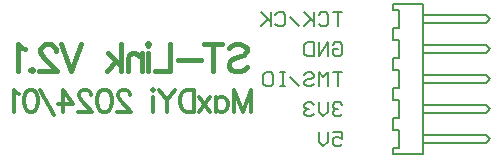
<source format=gbo>
G04*
G04 #@! TF.GenerationSoftware,Altium Limited,Altium Designer,22.1.2 (22)*
G04*
G04 Layer_Color=32896*
%FSLAX25Y25*%
%MOIN*%
G70*
G04*
G04 #@! TF.SameCoordinates,32997ABC-C250-4A50-851A-9512557143E5*
G04*
G04*
G04 #@! TF.FilePolarity,Positive*
G04*
G01*
G75*
%ADD13C,0.00600*%
%ADD16C,0.00800*%
%ADD66C,0.01500*%
%ADD74C,0.01200*%
D13*
X188728Y40905D02*
X190106Y39528D01*
X188189Y40905D02*
X188728D01*
Y38150D02*
X190106Y39528D01*
X188189Y38150D02*
X188728D01*
X157606Y42528D02*
Y44528D01*
Y42528D02*
X159606D01*
Y41528D02*
Y42528D01*
Y36528D02*
Y41528D01*
X157606Y36528D02*
X159606D01*
X157606Y34528D02*
Y36528D01*
X167606Y34528D02*
Y44528D01*
Y38150D02*
X188189D01*
X167606Y40905D02*
X188189D01*
X167606Y10905D02*
X188189D01*
X167606Y8150D02*
X188189D01*
X157606Y4528D02*
X167606D01*
Y14528D01*
X157606Y4528D02*
Y6528D01*
X159606D01*
Y11528D01*
Y12528D01*
X157606D02*
X159606D01*
X157606D02*
Y14528D01*
X188189Y8150D02*
X188728D01*
X190106Y9528D01*
X188189Y10905D02*
X188728D01*
X190106Y9528D01*
X188728Y20906D02*
X190106Y19528D01*
X188189Y20906D02*
X188728D01*
Y18150D02*
X190106Y19528D01*
X188189Y18150D02*
X188728D01*
X157606Y22528D02*
Y24528D01*
Y22528D02*
X159606D01*
Y21528D02*
Y22528D01*
Y16528D02*
Y21528D01*
X157606Y16528D02*
X159606D01*
X157606Y14528D02*
Y16528D01*
X167606Y14528D02*
Y24528D01*
Y18150D02*
X188189D01*
X167606Y20906D02*
X188189D01*
X167606Y30906D02*
X188189D01*
X167606Y28150D02*
X188189D01*
X167606Y24528D02*
Y34528D01*
X157606Y24528D02*
Y26528D01*
X159606D01*
Y31528D01*
Y32528D01*
X157606D02*
X159606D01*
X157606D02*
Y34528D01*
X188189Y28150D02*
X188728D01*
X190106Y29528D01*
X188189Y30906D02*
X188728D01*
X190106Y29528D01*
X167606Y50906D02*
X188189D01*
X167606Y48150D02*
X188189D01*
X167606Y44528D02*
Y54528D01*
X157606D02*
X167606D01*
X157606Y44528D02*
Y46528D01*
X159606D01*
Y51528D01*
Y52528D01*
X157606D02*
X159606D01*
X157606D02*
Y54528D01*
X188189Y48150D02*
X188728D01*
X190106Y49528D01*
X188189Y50906D02*
X188728D01*
X190106Y49528D01*
D16*
X140932Y51927D02*
X137733D01*
X139333D01*
Y47128D01*
X132935Y51127D02*
X133735Y51927D01*
X135334D01*
X136134Y51127D01*
Y47928D01*
X135334Y47128D01*
X133735D01*
X132935Y47928D01*
X131335Y51927D02*
Y47128D01*
Y48728D01*
X128136Y51927D01*
X130536Y49528D01*
X128136Y47128D01*
X126537D02*
X123338Y50327D01*
X118540Y51127D02*
X119339Y51927D01*
X120939D01*
X121739Y51127D01*
Y47928D01*
X120939Y47128D01*
X119339D01*
X118540Y47928D01*
X116940Y51927D02*
Y47128D01*
Y48728D01*
X113741Y51927D01*
X116140Y49528D01*
X113741Y47128D01*
X137733Y41127D02*
X138533Y41927D01*
X140133D01*
X140932Y41127D01*
Y37928D01*
X140133Y37128D01*
X138533D01*
X137733Y37928D01*
Y39528D01*
X139333D01*
X136134Y37128D02*
Y41927D01*
X132935Y37128D01*
Y41927D01*
X131335D02*
Y37128D01*
X128936D01*
X128136Y37928D01*
Y41127D01*
X128936Y41927D01*
X131335D01*
X140932Y31927D02*
X137733D01*
X139333D01*
Y27128D01*
X136134D02*
Y31927D01*
X134534Y30327D01*
X132935Y31927D01*
Y27128D01*
X128136Y31127D02*
X128936Y31927D01*
X130536D01*
X131335Y31127D01*
Y30327D01*
X130536Y29528D01*
X128936D01*
X128136Y28728D01*
Y27928D01*
X128936Y27128D01*
X130536D01*
X131335Y27928D01*
X126537Y27128D02*
X123338Y30327D01*
X121739Y31927D02*
X120139D01*
X120939D01*
Y27128D01*
X121739D01*
X120139D01*
X115341Y31927D02*
X116940D01*
X117740Y31127D01*
Y27928D01*
X116940Y27128D01*
X115341D01*
X114541Y27928D01*
Y31127D01*
X115341Y31927D01*
X140932Y21127D02*
X140133Y21927D01*
X138533D01*
X137733Y21127D01*
Y20327D01*
X138533Y19528D01*
X139333D01*
X138533D01*
X137733Y18728D01*
Y17928D01*
X138533Y17128D01*
X140133D01*
X140932Y17928D01*
X136134Y21927D02*
Y18728D01*
X134534Y17128D01*
X132935Y18728D01*
Y21927D01*
X131335Y21127D02*
X130536Y21927D01*
X128936D01*
X128136Y21127D01*
Y20327D01*
X128936Y19528D01*
X129736D01*
X128936D01*
X128136Y18728D01*
Y17928D01*
X128936Y17128D01*
X130536D01*
X131335Y17928D01*
X137733Y11927D02*
X140932D01*
Y9528D01*
X139333Y10327D01*
X138533D01*
X137733Y9528D01*
Y7928D01*
X138533Y7128D01*
X140133D01*
X140932Y7928D01*
X136134Y11927D02*
Y8728D01*
X134534Y7128D01*
X132935Y8728D01*
Y11927D01*
D66*
X102938Y39921D02*
X103795Y40778D01*
X105080Y41207D01*
X106794D01*
X108080Y40778D01*
X108937Y39921D01*
Y39064D01*
X108508Y38207D01*
X108080Y37779D01*
X107223Y37350D01*
X104652Y36494D01*
X103795Y36065D01*
X103366Y35636D01*
X102938Y34780D01*
Y33494D01*
X103795Y32637D01*
X105080Y32209D01*
X106794D01*
X108080Y32637D01*
X108937Y33494D01*
X97925Y41207D02*
Y32209D01*
X100924Y41207D02*
X94925D01*
X93854Y36065D02*
X86141D01*
X83485Y41207D02*
Y32209D01*
X78343D01*
X76501Y41207D02*
X76072Y40778D01*
X75644Y41207D01*
X76072Y41635D01*
X76501Y41207D01*
X76072Y38207D02*
Y32209D01*
X74058Y38207D02*
Y32209D01*
Y36494D02*
X72773Y37779D01*
X71916Y38207D01*
X70631D01*
X69774Y37779D01*
X69345Y36494D01*
Y32209D01*
X66988Y41207D02*
Y32209D01*
X62704Y38207D02*
X66988Y33923D01*
X65275Y35636D02*
X62275Y32209D01*
X53791Y41207D02*
X50363Y32209D01*
X46936Y41207D02*
X50363Y32209D01*
X45350Y39064D02*
Y39493D01*
X44922Y40350D01*
X44493Y40778D01*
X43636Y41207D01*
X41922D01*
X41065Y40778D01*
X40637Y40350D01*
X40208Y39493D01*
Y38636D01*
X40637Y37779D01*
X41494Y36494D01*
X45779Y32209D01*
X39780D01*
X37338Y33066D02*
X37766Y32637D01*
X37338Y32209D01*
X36909Y32637D01*
X37338Y33066D01*
X34938Y39493D02*
X34081Y39921D01*
X32796Y41207D01*
Y32209D01*
D74*
X110372Y25962D02*
Y18764D01*
Y25962D02*
X107630Y18764D01*
X104887Y25962D02*
X107630Y18764D01*
X104887Y25962D02*
Y18764D01*
X98717Y23563D02*
Y18764D01*
Y22534D02*
X99403Y23220D01*
X100088Y23563D01*
X101117D01*
X101802Y23220D01*
X102488Y22534D01*
X102831Y21506D01*
Y20820D01*
X102488Y19792D01*
X101802Y19107D01*
X101117Y18764D01*
X100088D01*
X99403Y19107D01*
X98717Y19792D01*
X96798Y23563D02*
X93027Y18764D01*
Y23563D02*
X96798Y18764D01*
X91519Y25962D02*
Y18764D01*
Y25962D02*
X89119D01*
X88091Y25620D01*
X87405Y24934D01*
X87063Y24248D01*
X86720Y23220D01*
Y21506D01*
X87063Y20478D01*
X87405Y19792D01*
X88091Y19107D01*
X89119Y18764D01*
X91519D01*
X85109Y25962D02*
X82367Y22534D01*
Y18764D01*
X79624Y25962D02*
X82367Y22534D01*
X78013Y25962D02*
X77670Y25620D01*
X77328Y25962D01*
X77670Y26305D01*
X78013Y25962D01*
X77670Y23563D02*
Y18764D01*
X70061Y24248D02*
Y24591D01*
X69718Y25277D01*
X69375Y25620D01*
X68690Y25962D01*
X67318D01*
X66633Y25620D01*
X66290Y25277D01*
X65947Y24591D01*
Y23905D01*
X66290Y23220D01*
X66975Y22192D01*
X70403Y18764D01*
X65604D01*
X61937Y25962D02*
X62965Y25620D01*
X63651Y24591D01*
X63993Y22877D01*
Y21849D01*
X63651Y20135D01*
X62965Y19107D01*
X61937Y18764D01*
X61251D01*
X60223Y19107D01*
X59537Y20135D01*
X59194Y21849D01*
Y22877D01*
X59537Y24591D01*
X60223Y25620D01*
X61251Y25962D01*
X61937D01*
X57240Y24248D02*
Y24591D01*
X56898Y25277D01*
X56555Y25620D01*
X55869Y25962D01*
X54498D01*
X53813Y25620D01*
X53470Y25277D01*
X53127Y24591D01*
Y23905D01*
X53470Y23220D01*
X54155Y22192D01*
X57583Y18764D01*
X52784D01*
X47745Y25962D02*
X51173Y21163D01*
X46031D01*
X47745Y25962D02*
Y18764D01*
X44763Y17735D02*
X39964Y25962D01*
X37428D02*
X38456Y25620D01*
X39141Y24591D01*
X39484Y22877D01*
Y21849D01*
X39141Y20135D01*
X38456Y19107D01*
X37428Y18764D01*
X36742D01*
X35714Y19107D01*
X35028Y20135D01*
X34685Y21849D01*
Y22877D01*
X35028Y24591D01*
X35714Y25620D01*
X36742Y25962D01*
X37428D01*
X33074Y24591D02*
X32389Y24934D01*
X31360Y25962D01*
Y18764D01*
M02*

</source>
